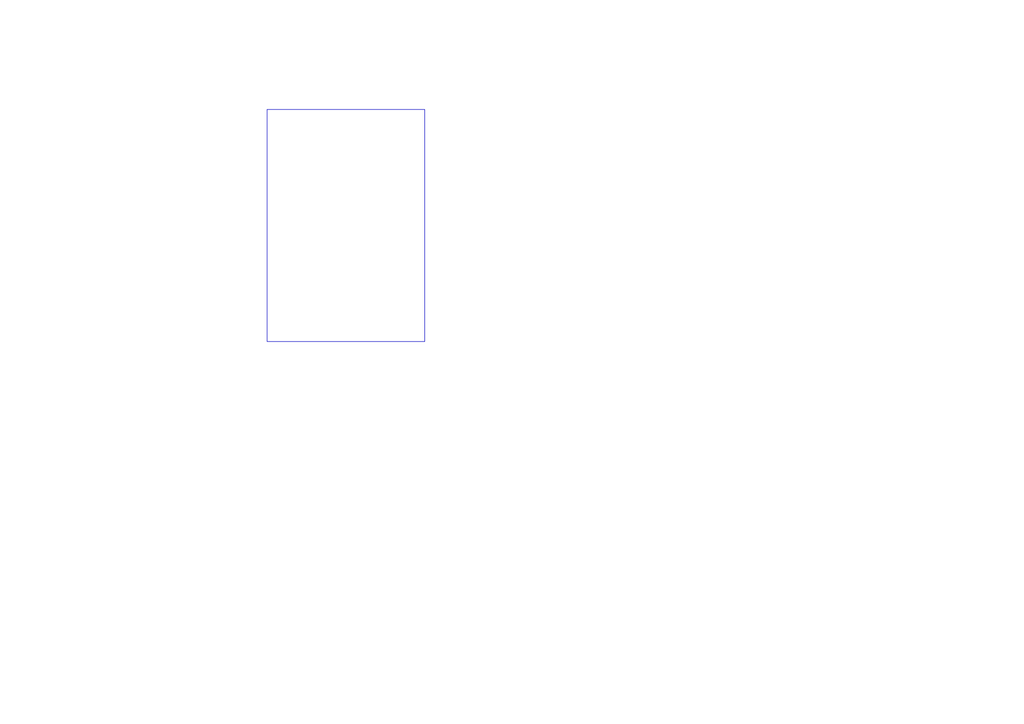
<source format=kicad_sch>
(kicad_sch
	(version 20231120)
	(generator "eeschema")
	(generator_version "8.0")
	(uuid "a6d16fc3-53ae-4c88-9e3a-b9323e97d69a")
	(paper "A4")
	(lib_symbols)
	(rectangle
		(start 77.47 31.75)
		(end 123.19 99.06)
		(stroke
			(width 0)
			(type default)
		)
		(fill
			(type none)
		)
		(uuid 91ceba9c-2a7f-4a2b-b636-089d1642f6c2)
	)
	(sheet_instances
		(path "/"
			(page "1")
		)
	)
)

</source>
